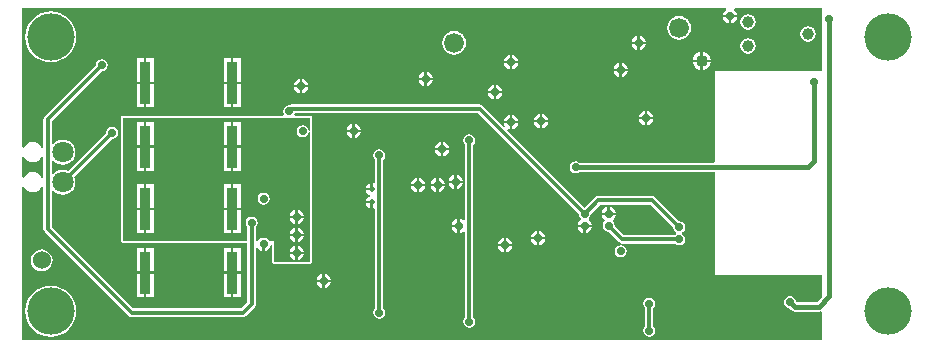
<source format=gbl>
%FSLAX24Y24*%
%MOIN*%
G70*
G01*
G75*
G04 Layer_Physical_Order=2*
G04 Layer_Color=16711680*
%ADD10R,0.0354X0.0197*%
%ADD11R,0.0197X0.0354*%
%ADD12O,0.0571X0.0177*%
%ADD13R,0.0512X0.0236*%
%ADD14R,0.0236X0.0165*%
%ADD15R,0.0236X0.0512*%
%ADD16R,0.0413X0.0236*%
%ADD17R,0.1102X0.0492*%
%ADD18O,0.0630X0.0118*%
%ADD19R,0.0661X0.0740*%
%ADD20R,0.0512X0.0512*%
%ADD21R,0.0669X0.0433*%
%ADD22C,0.0310*%
%ADD23R,0.0374X0.0177*%
%ADD24R,0.0276X0.0591*%
%ADD25R,0.0591X0.0276*%
%ADD26C,0.0150*%
%ADD27C,0.0120*%
%ADD28R,0.0591X0.0591*%
%ADD29C,0.0591*%
%ADD30C,0.0709*%
%ADD31C,0.0661*%
%ADD32C,0.0390*%
%ADD33C,0.0280*%
%ADD34C,0.0400*%
%ADD35C,0.0197*%
%ADD36C,0.1575*%
%ADD37C,0.0600*%
%ADD38R,0.0358X0.1433*%
G36*
X17057Y18455D02*
Y17745D01*
X17007Y17735D01*
X16993Y17769D01*
X16939Y17839D01*
X16869Y17893D01*
X16788Y17927D01*
X16700Y17938D01*
X16612Y17927D01*
X16531Y17893D01*
X16461Y17839D01*
X16407Y17769D01*
X16402Y17757D01*
X16352Y17767D01*
Y18433D01*
X16402Y18443D01*
X16407Y18431D01*
X16461Y18361D01*
X16531Y18307D01*
X16612Y18273D01*
X16700Y18262D01*
X16788Y18273D01*
X16869Y18307D01*
X16939Y18361D01*
X16993Y18431D01*
X17007Y18465D01*
X17057Y18455D01*
D02*
G37*
G36*
X25950Y19325D02*
X25902Y19320D01*
X25901Y19320D01*
X25900Y19320D01*
X25900Y19320D01*
X25899Y19324D01*
X25898Y19328D01*
X25889Y19375D01*
X25888Y19378D01*
X25844Y19444D01*
X25778Y19488D01*
X25700Y19504D01*
X25622Y19488D01*
X25556Y19444D01*
X25512Y19378D01*
X25496Y19300D01*
X25512Y19222D01*
X25556Y19156D01*
X25622Y19112D01*
X25700Y19096D01*
X25778Y19112D01*
X25844Y19156D01*
X25888Y19222D01*
X25889Y19225D01*
X25898Y19272D01*
X25899Y19276D01*
X25900Y19280D01*
X25900Y19280D01*
X25901Y19280D01*
X25902Y19280D01*
X25950Y19275D01*
Y14950D01*
X24750D01*
Y15650D01*
X24574D01*
X24544Y15694D01*
X24478Y15738D01*
X24400Y15754D01*
X24322Y15738D01*
X24256Y15694D01*
X24226Y15650D01*
X24143D01*
Y16105D01*
X24144Y16106D01*
X24188Y16172D01*
X24204Y16250D01*
X24188Y16328D01*
X24144Y16394D01*
X24078Y16438D01*
X24000Y16454D01*
X23922Y16438D01*
X23856Y16394D01*
X23812Y16328D01*
X23796Y16250D01*
X23812Y16172D01*
X23856Y16106D01*
X23857Y16105D01*
Y15650D01*
X19700D01*
Y19750D01*
X25950D01*
Y19325D01*
D02*
G37*
G36*
X43000Y21300D02*
X39441D01*
Y18293D01*
X39406Y18258D01*
X34923D01*
X34878Y18288D01*
X34800Y18304D01*
X34722Y18288D01*
X34656Y18244D01*
X34612Y18178D01*
X34596Y18100D01*
X34612Y18022D01*
X34656Y17956D01*
X34722Y17912D01*
X34800Y17896D01*
X34878Y17912D01*
X34923Y17942D01*
X39441D01*
X39441Y14500D01*
X43000Y14500D01*
Y13773D01*
X42835Y13608D01*
X42165D01*
X42142Y13632D01*
X42131Y13685D01*
X42087Y13751D01*
X42021Y13795D01*
X41943Y13811D01*
X41865Y13795D01*
X41799Y13751D01*
X41755Y13685D01*
X41739Y13607D01*
X41755Y13529D01*
X41799Y13463D01*
X41865Y13419D01*
X41918Y13408D01*
X41988Y13338D01*
X42040Y13304D01*
X42100Y13292D01*
X42900D01*
X42950Y13302D01*
X43000Y13275D01*
Y12352D01*
X16352D01*
Y17433D01*
X16402Y17443D01*
X16407Y17431D01*
X16461Y17361D01*
X16531Y17307D01*
X16612Y17273D01*
X16700Y17262D01*
X16788Y17273D01*
X16869Y17307D01*
X16939Y17361D01*
X16993Y17431D01*
X17007Y17465D01*
X17057Y17455D01*
Y16050D01*
X17057Y16050D01*
X17068Y15995D01*
X17099Y15949D01*
X19899Y13149D01*
X19945Y13118D01*
X20000Y13107D01*
X20000Y13107D01*
X23700D01*
X23700Y13107D01*
X23755Y13118D01*
X23801Y13149D01*
X24101Y13449D01*
X24101Y13449D01*
X24132Y13495D01*
X24143Y13550D01*
X24143Y13550D01*
Y15413D01*
X24193Y15428D01*
X24227Y15377D01*
X24306Y15324D01*
X24360Y15313D01*
Y15550D01*
X24440D01*
Y15313D01*
X24494Y15324D01*
X24573Y15377D01*
X24626Y15456D01*
X24635Y15502D01*
X24685Y15497D01*
Y14950D01*
X24704Y14904D01*
X24750Y14885D01*
X25950D01*
X25996Y14904D01*
X26015Y14950D01*
Y19275D01*
X26007Y19296D01*
X26005Y19300D01*
X26007Y19304D01*
X26015Y19325D01*
Y19750D01*
X25996Y19796D01*
X25950Y19815D01*
X25452D01*
X25426Y19864D01*
X25427Y19868D01*
X25438Y19885D01*
X25440Y19895D01*
X25447Y19907D01*
X31541D01*
X34896Y16552D01*
X34896Y16550D01*
X34912Y16472D01*
X34956Y16406D01*
X34966Y16399D01*
Y16349D01*
X34927Y16323D01*
X34874Y16244D01*
X34863Y16190D01*
X35337D01*
X35326Y16244D01*
X35273Y16323D01*
X35234Y16349D01*
Y16399D01*
X35244Y16406D01*
X35288Y16472D01*
X35304Y16550D01*
X35304Y16552D01*
X35609Y16857D01*
X37291D01*
X38049Y16099D01*
X38049Y16097D01*
X38064Y16019D01*
X38109Y15953D01*
X38144Y15930D01*
Y15870D01*
X38132Y15862D01*
X38106Y15844D01*
X38105Y15843D01*
X38105Y15843D01*
X36409D01*
X36104Y16148D01*
X36104Y16150D01*
X36088Y16228D01*
X36044Y16294D01*
X36034Y16301D01*
Y16351D01*
X36073Y16377D01*
X36126Y16456D01*
X36137Y16510D01*
X35663D01*
X35674Y16456D01*
X35727Y16377D01*
X35766Y16351D01*
Y16301D01*
X35756Y16294D01*
X35712Y16228D01*
X35696Y16150D01*
X35712Y16072D01*
X35756Y16006D01*
X35822Y15962D01*
X35900Y15946D01*
X35902Y15946D01*
X36249Y15599D01*
X36249Y15599D01*
X36295Y15568D01*
X36350Y15557D01*
X36350Y15557D01*
X38105D01*
X38106Y15556D01*
X38172Y15512D01*
X38250Y15496D01*
X38328Y15512D01*
X38394Y15556D01*
X38438Y15622D01*
X38454Y15700D01*
X38438Y15778D01*
X38394Y15844D01*
X38359Y15868D01*
Y15928D01*
X38397Y15953D01*
X38441Y16019D01*
X38457Y16097D01*
X38441Y16175D01*
X38397Y16241D01*
X38331Y16286D01*
X38253Y16301D01*
X38251Y16301D01*
X37451Y17101D01*
X37405Y17132D01*
X37350Y17143D01*
X37350Y17143D01*
X35550D01*
X35550Y17143D01*
X35495Y17132D01*
X35449Y17101D01*
X35449Y17101D01*
X35102Y16754D01*
X35100Y16754D01*
X35098Y16754D01*
X32501Y19351D01*
X32533Y19389D01*
X32556Y19374D01*
X32610Y19363D01*
Y19560D01*
X32413D01*
X32424Y19506D01*
X32439Y19483D01*
X32401Y19451D01*
X31701Y20151D01*
X31655Y20182D01*
X31600Y20193D01*
X31600Y20193D01*
X25337D01*
X25337Y20193D01*
X25283Y20182D01*
X25258Y20165D01*
X25250Y20167D01*
X25172Y20151D01*
X25106Y20107D01*
X25062Y20041D01*
X25046Y19963D01*
X25062Y19885D01*
X25075Y19865D01*
X25048Y19815D01*
X19700D01*
X19654Y19796D01*
X19635Y19750D01*
Y15650D01*
X19654Y15604D01*
X19700Y15585D01*
X23857D01*
Y13609D01*
X23641Y13393D01*
X20059D01*
X17343Y16109D01*
Y17307D01*
X17390Y17323D01*
X17405Y17305D01*
X17491Y17238D01*
X17592Y17196D01*
X17700Y17182D01*
X17808Y17196D01*
X17909Y17238D01*
X17996Y17305D01*
X18062Y17391D01*
X18104Y17492D01*
X18118Y17600D01*
X18104Y17708D01*
X18076Y17774D01*
X19348Y19046D01*
X19350Y19046D01*
X19428Y19062D01*
X19494Y19106D01*
X19538Y19172D01*
X19554Y19250D01*
X19538Y19328D01*
X19494Y19394D01*
X19428Y19438D01*
X19350Y19454D01*
X19272Y19438D01*
X19206Y19394D01*
X19162Y19328D01*
X19146Y19250D01*
X19146Y19248D01*
X17874Y17976D01*
X17808Y18004D01*
X17700Y18018D01*
X17592Y18004D01*
X17491Y17962D01*
X17405Y17895D01*
X17390Y17877D01*
X17343Y17893D01*
Y18307D01*
X17390Y18323D01*
X17405Y18305D01*
X17491Y18238D01*
X17592Y18196D01*
X17700Y18182D01*
X17808Y18196D01*
X17909Y18238D01*
X17996Y18305D01*
X18062Y18391D01*
X18104Y18492D01*
X18118Y18600D01*
X18104Y18708D01*
X18062Y18809D01*
X17996Y18895D01*
X17909Y18962D01*
X17808Y19004D01*
X17700Y19018D01*
X17592Y19004D01*
X17491Y18962D01*
X17405Y18895D01*
X17390Y18877D01*
X17343Y18893D01*
Y19641D01*
X18998Y21296D01*
X19000Y21296D01*
X19078Y21312D01*
X19144Y21356D01*
X19188Y21422D01*
X19204Y21500D01*
X19188Y21578D01*
X19144Y21644D01*
X19078Y21688D01*
X19000Y21704D01*
X18922Y21688D01*
X18856Y21644D01*
X18812Y21578D01*
X18796Y21500D01*
X18796Y21498D01*
X17099Y19801D01*
X17068Y19755D01*
X17057Y19700D01*
X17057Y19700D01*
Y18745D01*
X17007Y18735D01*
X16993Y18769D01*
X16939Y18839D01*
X16869Y18893D01*
X16788Y18927D01*
X16700Y18938D01*
X16612Y18927D01*
X16531Y18893D01*
X16461Y18839D01*
X16407Y18769D01*
X16402Y18757D01*
X16352Y18767D01*
Y23398D01*
X39800D01*
X39815Y23348D01*
X39777Y23323D01*
X39724Y23244D01*
X39713Y23190D01*
X40187D01*
X40176Y23244D01*
X40123Y23323D01*
X40085Y23348D01*
X40100Y23398D01*
X43000D01*
Y21300D01*
D02*
G37*
%LPC*%
G36*
X27960Y16893D02*
X27806D01*
X27813Y16856D01*
X27857Y16790D01*
X27923Y16747D01*
X27960Y16739D01*
Y16893D01*
D02*
G37*
G36*
X35860Y16787D02*
X35806Y16776D01*
X35727Y16723D01*
X35674Y16644D01*
X35663Y16590D01*
X35860D01*
Y16787D01*
D02*
G37*
G36*
X35940D02*
Y16590D01*
X36137D01*
X36126Y16644D01*
X36073Y16723D01*
X35994Y16776D01*
X35940Y16787D01*
D02*
G37*
G36*
X23310Y17530D02*
X23071D01*
Y16753D01*
X23310D01*
Y17530D01*
D02*
G37*
G36*
X23629D02*
X23390D01*
Y16753D01*
X23629D01*
Y17530D01*
D02*
G37*
G36*
X20410D02*
X20171D01*
Y16753D01*
X20410D01*
Y17530D01*
D02*
G37*
G36*
X20729D02*
X20490D01*
Y16753D01*
X20729D01*
Y17530D01*
D02*
G37*
G36*
X25540Y16687D02*
Y16490D01*
X25737D01*
X25726Y16544D01*
X25673Y16623D01*
X25594Y16676D01*
X25540Y16687D01*
D02*
G37*
G36*
X30860Y16110D02*
X30663D01*
X30674Y16056D01*
X30727Y15977D01*
X30806Y15924D01*
X30860Y15913D01*
Y16110D01*
D02*
G37*
G36*
Y16387D02*
X30806Y16376D01*
X30727Y16323D01*
X30674Y16244D01*
X30663Y16190D01*
X30860D01*
Y16387D01*
D02*
G37*
G36*
X35060Y16110D02*
X34863D01*
X34874Y16056D01*
X34927Y15977D01*
X35006Y15924D01*
X35060Y15913D01*
Y16110D01*
D02*
G37*
G36*
X35337D02*
X35140D01*
Y15913D01*
X35194Y15924D01*
X35273Y15977D01*
X35326Y16056D01*
X35337Y16110D01*
D02*
G37*
G36*
X31250Y19204D02*
X31172Y19188D01*
X31106Y19144D01*
X31062Y19078D01*
X31046Y19000D01*
X31062Y18922D01*
X31106Y18856D01*
X31107Y18855D01*
Y16355D01*
X31057Y16334D01*
X30994Y16376D01*
X30940Y16387D01*
Y16150D01*
Y15913D01*
X30994Y15924D01*
X31057Y15966D01*
X31107Y15945D01*
Y13095D01*
X31106Y13094D01*
X31062Y13028D01*
X31046Y12950D01*
X31062Y12872D01*
X31106Y12806D01*
X31172Y12762D01*
X31250Y12746D01*
X31328Y12762D01*
X31394Y12806D01*
X31438Y12872D01*
X31454Y12950D01*
X31438Y13028D01*
X31394Y13094D01*
X31393Y13095D01*
Y18855D01*
X31394Y18856D01*
X31438Y18922D01*
X31454Y19000D01*
X31438Y19078D01*
X31394Y19144D01*
X31328Y19188D01*
X31250Y19204D01*
D02*
G37*
G36*
X25460Y16687D02*
X25406Y16676D01*
X25327Y16623D01*
X25274Y16544D01*
X25263Y16490D01*
X25460D01*
Y16687D01*
D02*
G37*
G36*
Y16410D02*
X25263D01*
X25274Y16356D01*
X25327Y16277D01*
X25406Y16224D01*
X25460Y16213D01*
Y16410D01*
D02*
G37*
G36*
X25737D02*
X25540D01*
Y16213D01*
X25594Y16224D01*
X25673Y16277D01*
X25726Y16356D01*
X25737Y16410D01*
D02*
G37*
G36*
X24400Y17254D02*
X24322Y17238D01*
X24256Y17194D01*
X24212Y17128D01*
X24196Y17050D01*
X24212Y16972D01*
X24256Y16906D01*
X24322Y16862D01*
X24400Y16846D01*
X24478Y16862D01*
X24544Y16906D01*
X24588Y16972D01*
X24604Y17050D01*
X24588Y17128D01*
X24544Y17194D01*
X24478Y17238D01*
X24400Y17254D01*
D02*
G37*
G36*
X30240Y17737D02*
Y17540D01*
X30437D01*
X30426Y17594D01*
X30373Y17673D01*
X30294Y17726D01*
X30240Y17737D01*
D02*
G37*
G36*
X28250Y18704D02*
X28172Y18688D01*
X28106Y18644D01*
X28062Y18578D01*
X28046Y18500D01*
X28062Y18422D01*
X28106Y18356D01*
X28107Y18355D01*
Y17589D01*
X28057Y17557D01*
X28040Y17561D01*
Y17367D01*
X28000D01*
Y17327D01*
X27806D01*
X27813Y17289D01*
X27857Y17223D01*
X27923Y17180D01*
X27943Y17175D01*
Y17125D01*
X27923Y17120D01*
X27857Y17077D01*
X27813Y17011D01*
X27806Y16973D01*
X28000D01*
Y16933D01*
X28040D01*
Y16739D01*
X28057Y16743D01*
X28107Y16711D01*
Y13395D01*
X28106Y13394D01*
X28062Y13328D01*
X28046Y13250D01*
X28062Y13172D01*
X28106Y13106D01*
X28172Y13062D01*
X28250Y13046D01*
X28328Y13062D01*
X28394Y13106D01*
X28438Y13172D01*
X28454Y13250D01*
X28438Y13328D01*
X28394Y13394D01*
X28393Y13395D01*
Y18355D01*
X28394Y18356D01*
X28438Y18422D01*
X28454Y18500D01*
X28438Y18578D01*
X28394Y18644D01*
X28328Y18688D01*
X28250Y18704D01*
D02*
G37*
G36*
X29590Y17737D02*
Y17540D01*
X29787D01*
X29776Y17594D01*
X29723Y17673D01*
X29644Y17726D01*
X29590Y17737D01*
D02*
G37*
G36*
X30160D02*
X30106Y17726D01*
X30027Y17673D01*
X29974Y17594D01*
X29963Y17540D01*
X30160D01*
Y17737D01*
D02*
G37*
G36*
X20410Y18747D02*
X20171D01*
Y17970D01*
X20410D01*
Y18747D01*
D02*
G37*
G36*
X20729D02*
X20490D01*
Y17970D01*
X20729D01*
Y18747D01*
D02*
G37*
G36*
X30760Y17837D02*
X30706Y17826D01*
X30627Y17773D01*
X30574Y17694D01*
X30563Y17640D01*
X30760D01*
Y17837D01*
D02*
G37*
G36*
X30840D02*
Y17640D01*
X31037D01*
X31026Y17694D01*
X30973Y17773D01*
X30894Y17826D01*
X30840Y17837D01*
D02*
G37*
G36*
X30160Y17460D02*
X29963D01*
X29974Y17406D01*
X30027Y17327D01*
X30106Y17274D01*
X30160Y17263D01*
Y17460D01*
D02*
G37*
G36*
X30437D02*
X30240D01*
Y17263D01*
X30294Y17274D01*
X30373Y17327D01*
X30426Y17406D01*
X30437Y17460D01*
D02*
G37*
G36*
X29510D02*
X29313D01*
X29324Y17406D01*
X29377Y17327D01*
X29456Y17274D01*
X29510Y17263D01*
Y17460D01*
D02*
G37*
G36*
X29787D02*
X29590D01*
Y17263D01*
X29644Y17274D01*
X29723Y17327D01*
X29776Y17406D01*
X29787Y17460D01*
D02*
G37*
G36*
X27960Y17561D02*
X27923Y17553D01*
X27857Y17510D01*
X27813Y17444D01*
X27806Y17407D01*
X27960D01*
Y17561D01*
D02*
G37*
G36*
X29510Y17737D02*
X29456Y17726D01*
X29377Y17673D01*
X29324Y17594D01*
X29313Y17540D01*
X29510D01*
Y17737D01*
D02*
G37*
G36*
X30760Y17560D02*
X30563D01*
X30574Y17506D01*
X30627Y17427D01*
X30706Y17374D01*
X30760Y17363D01*
Y17560D01*
D02*
G37*
G36*
X31037D02*
X30840D01*
Y17363D01*
X30894Y17374D01*
X30973Y17427D01*
X31026Y17506D01*
X31037Y17560D01*
D02*
G37*
G36*
X23629Y16673D02*
X23390D01*
Y15896D01*
X23629D01*
Y16673D01*
D02*
G37*
G36*
X20729Y15404D02*
X20490D01*
Y14627D01*
X20729D01*
Y15404D01*
D02*
G37*
G36*
X23310D02*
X23071D01*
Y14627D01*
X23310D01*
Y15404D01*
D02*
G37*
G36*
X26440Y14537D02*
Y14340D01*
X26637D01*
X26626Y14394D01*
X26573Y14473D01*
X26494Y14526D01*
X26440Y14537D01*
D02*
G37*
G36*
X20410Y15404D02*
X20171D01*
Y14627D01*
X20410D01*
Y15404D01*
D02*
G37*
G36*
X25460Y15210D02*
X25263D01*
X25274Y15156D01*
X25327Y15077D01*
X25406Y15024D01*
X25460Y15013D01*
Y15210D01*
D02*
G37*
G36*
X25737D02*
X25540D01*
Y15013D01*
X25594Y15024D01*
X25673Y15077D01*
X25726Y15156D01*
X25737Y15210D01*
D02*
G37*
G36*
X23629Y15404D02*
X23390D01*
Y14627D01*
X23629D01*
Y15404D01*
D02*
G37*
G36*
X17000Y15363D02*
X16906Y15351D01*
X16818Y15314D01*
X16743Y15257D01*
X16686Y15182D01*
X16649Y15094D01*
X16637Y15000D01*
X16649Y14906D01*
X16686Y14818D01*
X16743Y14743D01*
X16818Y14686D01*
X16906Y14649D01*
X17000Y14637D01*
X17094Y14649D01*
X17182Y14686D01*
X17257Y14743D01*
X17314Y14818D01*
X17351Y14906D01*
X17363Y15000D01*
X17351Y15094D01*
X17314Y15182D01*
X17257Y15257D01*
X17182Y15314D01*
X17094Y15351D01*
X17000Y15363D01*
D02*
G37*
G36*
X26360Y14537D02*
X26306Y14526D01*
X26227Y14473D01*
X26174Y14394D01*
X26163Y14340D01*
X26360D01*
Y14537D01*
D02*
G37*
G36*
X20410Y14547D02*
X20171D01*
Y13770D01*
X20410D01*
Y14547D01*
D02*
G37*
G36*
X20729D02*
X20490D01*
Y13770D01*
X20729D01*
Y14547D01*
D02*
G37*
G36*
X37250Y13754D02*
X37172Y13738D01*
X37106Y13694D01*
X37062Y13628D01*
X37046Y13550D01*
X37062Y13472D01*
X37106Y13406D01*
X37107Y13405D01*
Y12795D01*
X37106Y12794D01*
X37062Y12728D01*
X37046Y12650D01*
X37062Y12572D01*
X37106Y12506D01*
X37172Y12462D01*
X37250Y12446D01*
X37328Y12462D01*
X37394Y12506D01*
X37438Y12572D01*
X37454Y12650D01*
X37438Y12728D01*
X37394Y12794D01*
X37393Y12795D01*
Y13405D01*
X37394Y13406D01*
X37438Y13472D01*
X37454Y13550D01*
X37438Y13628D01*
X37394Y13694D01*
X37328Y13738D01*
X37250Y13754D01*
D02*
G37*
G36*
X17300Y14152D02*
X17134Y14135D01*
X16974Y14087D01*
X16827Y14008D01*
X16698Y13902D01*
X16592Y13773D01*
X16513Y13626D01*
X16465Y13466D01*
X16449Y13300D01*
X16465Y13134D01*
X16513Y12974D01*
X16592Y12827D01*
X16698Y12698D01*
X16827Y12592D01*
X16974Y12513D01*
X17134Y12465D01*
X17300Y12449D01*
X17466Y12465D01*
X17626Y12513D01*
X17773Y12592D01*
X17902Y12698D01*
X18008Y12827D01*
X18087Y12974D01*
X18135Y13134D01*
X18152Y13300D01*
X18135Y13466D01*
X18087Y13626D01*
X18008Y13773D01*
X17902Y13902D01*
X17773Y14008D01*
X17626Y14087D01*
X17466Y14135D01*
X17300Y14152D01*
D02*
G37*
G36*
X26360Y14260D02*
X26163D01*
X26174Y14206D01*
X26227Y14127D01*
X26306Y14074D01*
X26360Y14063D01*
Y14260D01*
D02*
G37*
G36*
X26637D02*
X26440D01*
Y14063D01*
X26494Y14074D01*
X26573Y14127D01*
X26626Y14206D01*
X26637Y14260D01*
D02*
G37*
G36*
X23310Y14547D02*
X23071D01*
Y13770D01*
X23310D01*
Y14547D01*
D02*
G37*
G36*
X23629D02*
X23390D01*
Y13770D01*
X23629D01*
Y14547D01*
D02*
G37*
G36*
X36300Y15504D02*
X36222Y15488D01*
X36156Y15444D01*
X36112Y15378D01*
X36096Y15300D01*
X36112Y15222D01*
X36156Y15156D01*
X36222Y15112D01*
X36300Y15096D01*
X36378Y15112D01*
X36444Y15156D01*
X36488Y15222D01*
X36504Y15300D01*
X36488Y15378D01*
X36444Y15444D01*
X36378Y15488D01*
X36300Y15504D01*
D02*
G37*
G36*
X33590Y15987D02*
Y15790D01*
X33787D01*
X33776Y15844D01*
X33723Y15923D01*
X33644Y15976D01*
X33590Y15987D01*
D02*
G37*
G36*
X25460Y16087D02*
X25406Y16076D01*
X25327Y16023D01*
X25274Y15944D01*
X25263Y15890D01*
X25460D01*
Y16087D01*
D02*
G37*
G36*
X25737Y15810D02*
X25540D01*
Y15613D01*
X25594Y15624D01*
X25673Y15677D01*
X25726Y15756D01*
X25737Y15810D01*
D02*
G37*
G36*
X33510Y15987D02*
X33456Y15976D01*
X33377Y15923D01*
X33324Y15844D01*
X33313Y15790D01*
X33510D01*
Y15987D01*
D02*
G37*
G36*
X20729Y16673D02*
X20490D01*
Y15896D01*
X20729D01*
Y16673D01*
D02*
G37*
G36*
X23310D02*
X23071D01*
Y15896D01*
X23310D01*
Y16673D01*
D02*
G37*
G36*
X25540Y16087D02*
Y15890D01*
X25737D01*
X25726Y15944D01*
X25673Y16023D01*
X25594Y16076D01*
X25540Y16087D01*
D02*
G37*
G36*
X20410Y16673D02*
X20171D01*
Y15896D01*
X20410D01*
Y16673D01*
D02*
G37*
G36*
X25460Y15810D02*
X25263D01*
X25274Y15756D01*
X25327Y15677D01*
X25406Y15624D01*
X25460Y15613D01*
Y15810D01*
D02*
G37*
G36*
Y15487D02*
X25406Y15476D01*
X25327Y15423D01*
X25274Y15344D01*
X25263Y15290D01*
X25460D01*
Y15487D01*
D02*
G37*
G36*
X25540D02*
Y15290D01*
X25737D01*
X25726Y15344D01*
X25673Y15423D01*
X25594Y15476D01*
X25540Y15487D01*
D02*
G37*
G36*
X32410Y15460D02*
X32213D01*
X32224Y15406D01*
X32277Y15327D01*
X32356Y15274D01*
X32410Y15263D01*
Y15460D01*
D02*
G37*
G36*
X32687D02*
X32490D01*
Y15263D01*
X32544Y15274D01*
X32623Y15327D01*
X32676Y15406D01*
X32687Y15460D01*
D02*
G37*
G36*
X32410Y15737D02*
X32356Y15726D01*
X32277Y15673D01*
X32224Y15594D01*
X32213Y15540D01*
X32410D01*
Y15737D01*
D02*
G37*
G36*
X32490D02*
Y15540D01*
X32687D01*
X32676Y15594D01*
X32623Y15673D01*
X32544Y15726D01*
X32490Y15737D01*
D02*
G37*
G36*
X33510Y15710D02*
X33313D01*
X33324Y15656D01*
X33377Y15577D01*
X33456Y15524D01*
X33510Y15513D01*
Y15710D01*
D02*
G37*
G36*
X33787D02*
X33590D01*
Y15513D01*
X33644Y15524D01*
X33723Y15577D01*
X33776Y15656D01*
X33787Y15710D01*
D02*
G37*
G36*
X36537Y21310D02*
X36340D01*
Y21113D01*
X36394Y21124D01*
X36473Y21177D01*
X36526Y21256D01*
X36537Y21310D01*
D02*
G37*
G36*
X38960Y21610D02*
X38703D01*
X38708Y21572D01*
X38738Y21499D01*
X38786Y21436D01*
X38849Y21388D01*
X38922Y21358D01*
X38960Y21353D01*
Y21610D01*
D02*
G37*
G36*
X29840Y21287D02*
Y21090D01*
X30037D01*
X30026Y21144D01*
X29973Y21223D01*
X29894Y21276D01*
X29840Y21287D01*
D02*
G37*
G36*
X36260Y21310D02*
X36063D01*
X36074Y21256D01*
X36127Y21177D01*
X36206Y21124D01*
X36260Y21113D01*
Y21310D01*
D02*
G37*
G36*
X32887Y21560D02*
X32690D01*
Y21363D01*
X32744Y21374D01*
X32823Y21427D01*
X32876Y21506D01*
X32887Y21560D01*
D02*
G37*
G36*
X36260Y21587D02*
X36206Y21576D01*
X36127Y21523D01*
X36074Y21444D01*
X36063Y21390D01*
X36260D01*
Y21587D01*
D02*
G37*
G36*
X39297Y21610D02*
X39040D01*
Y21353D01*
X39078Y21358D01*
X39151Y21388D01*
X39214Y21436D01*
X39262Y21499D01*
X39292Y21572D01*
X39297Y21610D01*
D02*
G37*
G36*
X32610Y21560D02*
X32413D01*
X32424Y21506D01*
X32477Y21427D01*
X32556Y21374D01*
X32610Y21363D01*
Y21560D01*
D02*
G37*
G36*
X29760Y21287D02*
X29706Y21276D01*
X29627Y21223D01*
X29574Y21144D01*
X29563Y21090D01*
X29760D01*
Y21287D01*
D02*
G37*
G36*
X25610Y21037D02*
X25556Y21026D01*
X25477Y20973D01*
X25424Y20894D01*
X25413Y20840D01*
X25610D01*
Y21037D01*
D02*
G37*
G36*
X25690D02*
Y20840D01*
X25887D01*
X25876Y20894D01*
X25823Y20973D01*
X25744Y21026D01*
X25690Y21037D01*
D02*
G37*
G36*
X29760Y21010D02*
X29563D01*
X29574Y20956D01*
X29627Y20877D01*
X29706Y20824D01*
X29760Y20813D01*
Y21010D01*
D02*
G37*
G36*
X30037D02*
X29840D01*
Y20813D01*
X29894Y20824D01*
X29973Y20877D01*
X30026Y20956D01*
X30037Y21010D01*
D02*
G37*
G36*
X23310Y21730D02*
X23071D01*
Y20953D01*
X23310D01*
Y21730D01*
D02*
G37*
G36*
X23629D02*
X23390D01*
Y20953D01*
X23629D01*
Y21730D01*
D02*
G37*
G36*
X20410D02*
X20171D01*
Y20953D01*
X20410D01*
Y21730D01*
D02*
G37*
G36*
X20729D02*
X20490D01*
Y20953D01*
X20729D01*
Y21730D01*
D02*
G37*
G36*
X36940Y22487D02*
Y22290D01*
X37137D01*
X37126Y22344D01*
X37073Y22423D01*
X36994Y22476D01*
X36940Y22487D01*
D02*
G37*
G36*
X42550Y22810D02*
X42450Y22790D01*
X42366Y22734D01*
X42310Y22650D01*
X42290Y22550D01*
X42310Y22450D01*
X42366Y22366D01*
X42450Y22310D01*
X42550Y22290D01*
X42649Y22310D01*
X42734Y22366D01*
X42790Y22450D01*
X42810Y22550D01*
X42790Y22650D01*
X42734Y22734D01*
X42649Y22790D01*
X42550Y22810D01*
D02*
G37*
G36*
X37137Y22210D02*
X36940D01*
Y22013D01*
X36994Y22024D01*
X37073Y22077D01*
X37126Y22156D01*
X37137Y22210D01*
D02*
G37*
G36*
X36860Y22487D02*
X36806Y22476D01*
X36727Y22423D01*
X36674Y22344D01*
X36663Y22290D01*
X36860D01*
Y22487D01*
D02*
G37*
G36*
X39910Y23110D02*
X39713D01*
X39724Y23056D01*
X39777Y22977D01*
X39856Y22924D01*
X39910Y22913D01*
Y23110D01*
D02*
G37*
G36*
X40187D02*
X39990D01*
Y22913D01*
X40044Y22924D01*
X40123Y22977D01*
X40176Y23056D01*
X40187Y23110D01*
D02*
G37*
G36*
X38250Y23144D02*
X38148Y23131D01*
X38053Y23091D01*
X37971Y23029D01*
X37909Y22947D01*
X37869Y22852D01*
X37856Y22750D01*
X37869Y22648D01*
X37909Y22553D01*
X37971Y22471D01*
X38053Y22409D01*
X38148Y22369D01*
X38250Y22356D01*
X38352Y22369D01*
X38447Y22409D01*
X38529Y22471D01*
X38591Y22553D01*
X38631Y22648D01*
X38644Y22750D01*
X38631Y22852D01*
X38591Y22947D01*
X38529Y23029D01*
X38447Y23091D01*
X38352Y23131D01*
X38250Y23144D01*
D02*
G37*
G36*
X40550Y23210D02*
X40451Y23190D01*
X40366Y23134D01*
X40310Y23049D01*
X40290Y22950D01*
X40310Y22850D01*
X40366Y22766D01*
X40451Y22710D01*
X40550Y22690D01*
X40649Y22710D01*
X40734Y22766D01*
X40790Y22850D01*
X40810Y22950D01*
X40790Y23049D01*
X40734Y23134D01*
X40649Y23190D01*
X40550Y23210D01*
D02*
G37*
G36*
X36860Y22210D02*
X36663D01*
X36674Y22156D01*
X36727Y22077D01*
X36806Y22024D01*
X36860Y22013D01*
Y22210D01*
D02*
G37*
G36*
X32610Y21837D02*
X32556Y21826D01*
X32477Y21773D01*
X32424Y21694D01*
X32413Y21640D01*
X32610D01*
Y21837D01*
D02*
G37*
G36*
X32690D02*
Y21640D01*
X32887D01*
X32876Y21694D01*
X32823Y21773D01*
X32744Y21826D01*
X32690Y21837D01*
D02*
G37*
G36*
X36340Y21587D02*
Y21390D01*
X36537D01*
X36526Y21444D01*
X36473Y21523D01*
X36394Y21576D01*
X36340Y21587D01*
D02*
G37*
G36*
X17300Y23301D02*
X17134Y23285D01*
X16974Y23237D01*
X16827Y23158D01*
X16698Y23052D01*
X16592Y22923D01*
X16513Y22776D01*
X16465Y22616D01*
X16449Y22450D01*
X16465Y22284D01*
X16513Y22124D01*
X16592Y21977D01*
X16698Y21848D01*
X16827Y21742D01*
X16974Y21663D01*
X17134Y21615D01*
X17300Y21598D01*
X17466Y21615D01*
X17626Y21663D01*
X17773Y21742D01*
X17902Y21848D01*
X18008Y21977D01*
X18087Y22124D01*
X18135Y22284D01*
X18152Y22450D01*
X18135Y22616D01*
X18087Y22776D01*
X18008Y22923D01*
X17902Y23052D01*
X17773Y23158D01*
X17626Y23237D01*
X17466Y23285D01*
X17300Y23301D01*
D02*
G37*
G36*
X30750Y22644D02*
X30648Y22631D01*
X30553Y22591D01*
X30471Y22529D01*
X30409Y22447D01*
X30369Y22352D01*
X30356Y22250D01*
X30369Y22148D01*
X30409Y22053D01*
X30471Y21971D01*
X30553Y21909D01*
X30648Y21869D01*
X30750Y21856D01*
X30852Y21869D01*
X30947Y21909D01*
X31029Y21971D01*
X31091Y22053D01*
X31131Y22148D01*
X31144Y22250D01*
X31131Y22352D01*
X31091Y22447D01*
X31029Y22529D01*
X30947Y22591D01*
X30852Y22631D01*
X30750Y22644D01*
D02*
G37*
G36*
X40550Y22410D02*
X40451Y22390D01*
X40366Y22334D01*
X40310Y22250D01*
X40290Y22150D01*
X40310Y22050D01*
X40366Y21966D01*
X40451Y21910D01*
X40550Y21890D01*
X40649Y21910D01*
X40734Y21966D01*
X40790Y22050D01*
X40810Y22150D01*
X40790Y22250D01*
X40734Y22334D01*
X40649Y22390D01*
X40550Y22410D01*
D02*
G37*
G36*
X38960Y21947D02*
X38922Y21942D01*
X38849Y21912D01*
X38786Y21864D01*
X38738Y21801D01*
X38708Y21728D01*
X38703Y21690D01*
X38960D01*
Y21947D01*
D02*
G37*
G36*
X39040D02*
Y21690D01*
X39297D01*
X39292Y21728D01*
X39262Y21801D01*
X39214Y21864D01*
X39151Y21912D01*
X39078Y21942D01*
X39040Y21947D01*
D02*
G37*
G36*
X32144Y20837D02*
Y20640D01*
X32341D01*
X32330Y20694D01*
X32277Y20773D01*
X32198Y20826D01*
X32144Y20837D01*
D02*
G37*
G36*
X27637Y19260D02*
X27440D01*
Y19063D01*
X27494Y19074D01*
X27573Y19127D01*
X27626Y19206D01*
X27637Y19260D01*
D02*
G37*
G36*
X27360Y19537D02*
X27306Y19526D01*
X27227Y19473D01*
X27174Y19394D01*
X27163Y19340D01*
X27360D01*
Y19537D01*
D02*
G37*
G36*
X23629Y19604D02*
X23390D01*
Y18827D01*
X23629D01*
Y19604D01*
D02*
G37*
G36*
X27360Y19260D02*
X27163D01*
X27174Y19206D01*
X27227Y19127D01*
X27306Y19074D01*
X27360Y19063D01*
Y19260D01*
D02*
G37*
G36*
X33610Y19610D02*
X33413D01*
X33424Y19556D01*
X33477Y19477D01*
X33556Y19424D01*
X33610Y19413D01*
Y19610D01*
D02*
G37*
G36*
X33887D02*
X33690D01*
Y19413D01*
X33744Y19424D01*
X33823Y19477D01*
X33876Y19556D01*
X33887Y19610D01*
D02*
G37*
G36*
X27440Y19537D02*
Y19340D01*
X27637D01*
X27626Y19394D01*
X27573Y19473D01*
X27494Y19526D01*
X27440Y19537D01*
D02*
G37*
G36*
X32887Y19560D02*
X32690D01*
Y19363D01*
X32744Y19374D01*
X32823Y19427D01*
X32876Y19506D01*
X32887Y19560D01*
D02*
G37*
G36*
X23310Y19604D02*
X23071D01*
Y18827D01*
X23310D01*
Y19604D01*
D02*
G37*
G36*
X30310Y18660D02*
X30113D01*
X30124Y18606D01*
X30177Y18527D01*
X30256Y18474D01*
X30310Y18463D01*
Y18660D01*
D02*
G37*
G36*
X30587D02*
X30390D01*
Y18463D01*
X30444Y18474D01*
X30523Y18527D01*
X30576Y18606D01*
X30587Y18660D01*
D02*
G37*
G36*
X23310Y18747D02*
X23071D01*
Y17970D01*
X23310D01*
Y18747D01*
D02*
G37*
G36*
X23629D02*
X23390D01*
Y17970D01*
X23629D01*
Y18747D01*
D02*
G37*
G36*
X20410Y19604D02*
X20171D01*
Y18827D01*
X20410D01*
Y19604D01*
D02*
G37*
G36*
X20729D02*
X20490D01*
Y18827D01*
X20729D01*
Y19604D01*
D02*
G37*
G36*
X30310Y18937D02*
X30256Y18926D01*
X30177Y18873D01*
X30124Y18794D01*
X30113Y18740D01*
X30310D01*
Y18937D01*
D02*
G37*
G36*
X30390D02*
Y18740D01*
X30587D01*
X30576Y18794D01*
X30523Y18873D01*
X30444Y18926D01*
X30390Y18937D01*
D02*
G37*
G36*
X23629Y20873D02*
X23390D01*
Y20096D01*
X23629D01*
Y20873D01*
D02*
G37*
G36*
X32064Y20560D02*
X31868D01*
X31878Y20506D01*
X31931Y20427D01*
X32011Y20374D01*
X32064Y20363D01*
Y20560D01*
D02*
G37*
G36*
X20729Y20873D02*
X20490D01*
Y20096D01*
X20729D01*
Y20873D01*
D02*
G37*
G36*
X23310D02*
X23071D01*
Y20096D01*
X23310D01*
Y20873D01*
D02*
G37*
G36*
X25887Y20760D02*
X25690D01*
Y20563D01*
X25744Y20574D01*
X25823Y20627D01*
X25876Y20706D01*
X25887Y20760D01*
D02*
G37*
G36*
X32064Y20837D02*
X32011Y20826D01*
X31931Y20773D01*
X31878Y20694D01*
X31868Y20640D01*
X32064D01*
Y20837D01*
D02*
G37*
G36*
X32341Y20560D02*
X32144D01*
Y20363D01*
X32198Y20374D01*
X32277Y20427D01*
X32330Y20506D01*
X32341Y20560D01*
D02*
G37*
G36*
X25610Y20760D02*
X25413D01*
X25424Y20706D01*
X25477Y20627D01*
X25556Y20574D01*
X25610Y20563D01*
Y20760D01*
D02*
G37*
G36*
X20410Y20873D02*
X20171D01*
Y20096D01*
X20410D01*
Y20873D01*
D02*
G37*
G36*
X32610Y19837D02*
X32556Y19826D01*
X32477Y19773D01*
X32424Y19694D01*
X32413Y19640D01*
X32610D01*
Y19837D01*
D02*
G37*
G36*
X32690D02*
Y19640D01*
X32887D01*
X32876Y19694D01*
X32823Y19773D01*
X32744Y19826D01*
X32690Y19837D01*
D02*
G37*
G36*
X37110Y19710D02*
X36913D01*
X36924Y19656D01*
X36977Y19577D01*
X37056Y19524D01*
X37110Y19513D01*
Y19710D01*
D02*
G37*
G36*
X37387D02*
X37190D01*
Y19513D01*
X37244Y19524D01*
X37323Y19577D01*
X37376Y19656D01*
X37387Y19710D01*
D02*
G37*
G36*
X37110Y19987D02*
X37056Y19976D01*
X36977Y19923D01*
X36924Y19844D01*
X36913Y19790D01*
X37110D01*
Y19987D01*
D02*
G37*
G36*
X37190D02*
Y19790D01*
X37387D01*
X37376Y19844D01*
X37323Y19923D01*
X37244Y19976D01*
X37190Y19987D01*
D02*
G37*
G36*
X33610Y19887D02*
X33556Y19876D01*
X33477Y19823D01*
X33424Y19744D01*
X33413Y19690D01*
X33610D01*
Y19887D01*
D02*
G37*
G36*
X33690D02*
Y19690D01*
X33887D01*
X33876Y19744D01*
X33823Y19823D01*
X33744Y19876D01*
X33690Y19887D01*
D02*
G37*
%LPD*%
D26*
X42750Y18300D02*
Y20950D01*
X42550Y18100D02*
X42750Y18300D01*
X34800Y18100D02*
X42550D01*
X41943Y13607D02*
X42100Y13450D01*
X42900D01*
X43250Y13800D01*
Y23050D01*
D27*
X25337Y20050D02*
X31600D01*
X25250Y19963D02*
X25337Y20050D01*
X31600D02*
X35100Y16550D01*
X35900Y16150D02*
X36350Y15700D01*
X38250D01*
X37350Y17000D02*
X38253Y16097D01*
X35550Y17000D02*
X37350D01*
X35100Y16550D02*
X35550Y17000D01*
X28250Y13250D02*
Y18500D01*
X31250Y12950D02*
Y19000D01*
X37250Y12650D02*
Y13550D01*
X17700Y17600D02*
X19350Y19250D01*
X17200Y19700D02*
X19000Y21500D01*
X17200Y16050D02*
Y19700D01*
Y16050D02*
X20000Y13250D01*
X23700D01*
X24000Y13550D01*
Y16250D01*
D28*
X27650Y22400D02*
D03*
D29*
X26650D02*
D03*
D30*
X17700Y17600D02*
D03*
Y18600D02*
D03*
D31*
X38250Y22750D02*
D03*
X30750Y22250D02*
D03*
D32*
X42550Y22550D02*
D03*
X40550Y22150D02*
D03*
Y22950D02*
D03*
D33*
X42750Y20950D02*
D03*
X34800Y18100D02*
D03*
X39950Y23150D02*
D03*
X29550Y17500D02*
D03*
X30200D02*
D03*
X32450Y15500D02*
D03*
X33550Y15750D02*
D03*
X26400Y14300D02*
D03*
X25700Y19300D02*
D03*
X25650Y20800D02*
D03*
X25250Y19963D02*
D03*
X24400Y17050D02*
D03*
Y15550D02*
D03*
X24000Y16250D02*
D03*
X27400Y19300D02*
D03*
X29800Y21050D02*
D03*
X33650Y19650D02*
D03*
X36300Y21350D02*
D03*
X32650Y19600D02*
D03*
X32104Y20600D02*
D03*
X32650Y21600D02*
D03*
X30900Y16150D02*
D03*
X25500Y16450D02*
D03*
Y15250D02*
D03*
Y15850D02*
D03*
X30800Y17600D02*
D03*
X35900Y16550D02*
D03*
X35100D02*
D03*
X35900Y16150D02*
D03*
X35100D02*
D03*
X37150Y19750D02*
D03*
X36300Y15300D02*
D03*
X30350Y18700D02*
D03*
X36900Y22250D02*
D03*
X38250Y15700D02*
D03*
X38253Y16097D02*
D03*
X28250Y18500D02*
D03*
Y13250D02*
D03*
X31250Y12950D02*
D03*
Y19000D02*
D03*
X37250Y12650D02*
D03*
Y13550D02*
D03*
X41943Y13607D02*
D03*
X43250Y23050D02*
D03*
X19350Y19250D02*
D03*
X19000Y21500D02*
D03*
D34*
X39000Y21650D02*
D03*
D35*
X28000Y17367D02*
D03*
Y16933D02*
D03*
D36*
X17300Y13300D02*
D03*
X45200Y22450D02*
D03*
X17300D02*
D03*
X45200Y13300D02*
D03*
D37*
X17000Y15000D02*
D03*
D38*
X23350Y14587D02*
D03*
Y16713D02*
D03*
X20450Y14587D02*
D03*
Y16713D02*
D03*
X23350Y20913D02*
D03*
Y18787D02*
D03*
X20450Y20913D02*
D03*
Y18787D02*
D03*
M02*

</source>
